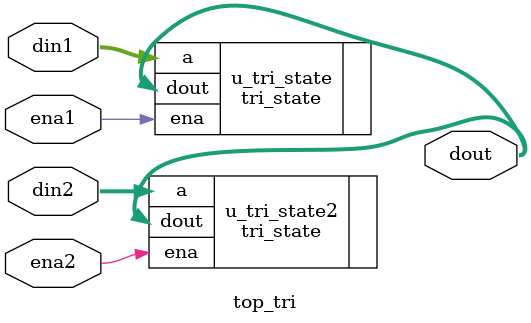
<source format=v>
`timescale 1ns / 1ps


module top_tri(
input ena1,
    input ena2,
    input [3:0]din1,
    input [3:0]din2,
    output [3:0]dout
    );

tri_state u_tri_state(
    .a    (din1    ),
    .ena  (ena1  ),
    .dout (dout )
);

tri_state u_tri_state2(
    .a    (din2    ),
    .ena  (ena2  ),
    .dout (dout )
);
endmodule

</source>
